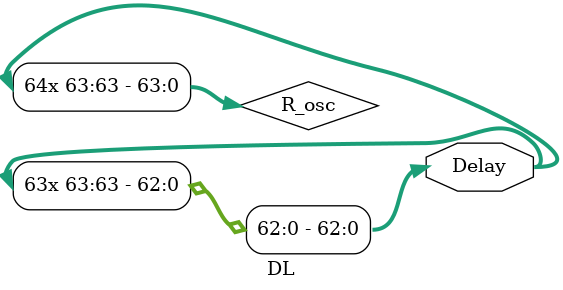
<source format=v>

`resetall
`timescale 10ps/1ps
module DL #( // Parameters
parameter Nde = 64
)
( // I/O Signals
output wire[Nde-1:0] Delay
);
// internal signals

wire [Nde-1:0] R_osc; // Ring oscilator
genvar i;
// my code

assign #(20) R_osc[0] = ~R_osc[Nde-1]; // delay of 200 ps - last element connected to not gate
generate // generate the delay line
  for(i=1;i<Nde;i=i+1)
  begin: Ring_oscillator
    buf #(20)(R_osc[i],R_osc[i-1]); // each delay element has tpd=200ps
  end
endgenerate
assign Delay = R_osc[Nde-1:0]; // Delay elements signals
endmodule

</source>
